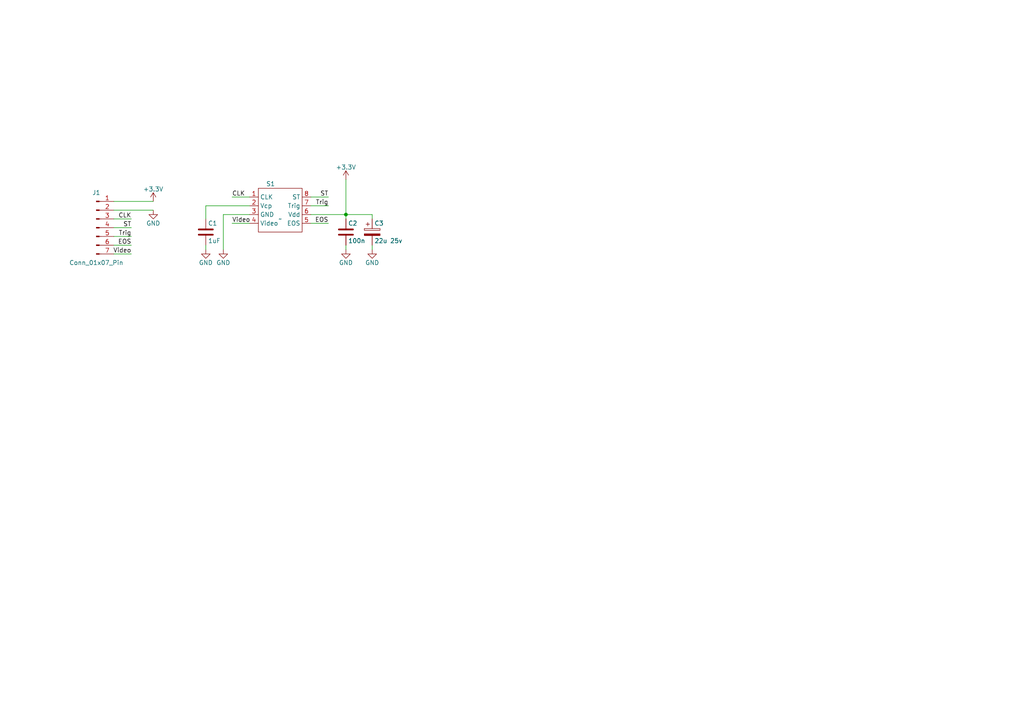
<source format=kicad_sch>
(kicad_sch (version 20230819) (generator eeschema)
  (paper "A4")
  (lib_symbols
    (symbol "FWS:+3.3V" (power) (pin_names (offset 0))
      (property "Value" "+3.3V" (at 0 3.556 0))
      (symbol "+3.3V_0_1"
        (polyline (pts (xy -0.762 1.27) (xy 0 2.54)))
        (polyline (pts (xy 0 0) (xy 0 2.54)))
        (polyline (pts (xy 0 2.54) (xy 0.762 1.27)))
      )
      (symbol "+3.3V_1_1"
        (pin power_in line (at 0 0 90) (length 0) hide (name "+3.3V") (number "1"))
      )
    )
    (symbol "FWS:C" (pin_numbers hide) (pin_names (offset 0.254))
      (property "Reference" "C" (at 0.635 2.54 0))
      (property "Value" "C" (at 0.635 -2.54 0))
      (symbol "C_0_1"
        (polyline (pts (xy -2.032 -0.762) (xy 2.032 -0.762)) (stroke (width 0.508)))
        (polyline (pts (xy -2.032 0.762) (xy 2.032 0.762)) (stroke (width 0.508)))
      )
      (symbol "C_1_1"
        (pin passive line (at 0 3.81 270) (length 2.794) (name "~") (number "1"))
        (pin passive line (at 0 -3.81 90) (length 2.794) (name "~") (number "2"))
      )
    )
    (symbol "FWS:C_Polarized" (pin_numbers hide) (pin_names (offset 0.254))
      (property "Reference" "C" (at 0.635 2.54 0))
      (property "Value" "C_Polarized" (at 0.635 -2.54 0))
      (symbol "C_Polarized_0_1"
        (rectangle (start -2.286 0.508) (end 2.286 1.016))
        (polyline (pts (xy -1.778 2.286) (xy -0.762 2.286)))
        (polyline (pts (xy -1.27 2.794) (xy -1.27 1.778)))
        (rectangle (start 2.286 -0.508) (end -2.286 -1.016) (fill (type outline)))
      )
      (symbol "C_Polarized_1_1"
        (pin passive line (at 0 3.81 270) (length 2.794) (name "~") (number "1"))
        (pin passive line (at 0 -3.81 90) (length 2.794) (name "~") (number "2"))
      )
    )
    (symbol "FWS:Conn_01x07_Pin" (pin_names (offset 1.016) hide)
      (property "Reference" "J" (at 0 10.16 0))
      (property "Value" "Conn_01x07_Pin" (at 0 -10.16 0))
      (symbol "Conn_01x07_Pin_1_1"
        (polyline (pts (xy 1.27 -7.62) (xy 0.8636 -7.62)) (stroke (width 0.1524)))
        (polyline (pts (xy 1.27 -5.08) (xy 0.8636 -5.08)) (stroke (width 0.1524)))
        (polyline (pts (xy 1.27 -2.54) (xy 0.8636 -2.54)) (stroke (width 0.1524)))
        (polyline (pts (xy 1.27 0) (xy 0.8636 0)) (stroke (width 0.1524)))
        (polyline (pts (xy 1.27 2.54) (xy 0.8636 2.54)) (stroke (width 0.1524)))
        (polyline (pts (xy 1.27 5.08) (xy 0.8636 5.08)) (stroke (width 0.1524)))
        (polyline (pts (xy 1.27 7.62) (xy 0.8636 7.62)) (stroke (width 0.1524)))
        (rectangle (start 0.8636 -7.493) (end 0 -7.747) (stroke (width 0.1524)) (fill (type outline)))
        (rectangle (start 0.8636 -4.953) (end 0 -5.207) (stroke (width 0.1524)) (fill (type outline)))
        (rectangle (start 0.8636 -2.413) (end 0 -2.667) (stroke (width 0.1524)) (fill (type outline)))
        (rectangle (start 0.8636 0.127) (end 0 -0.127) (stroke (width 0.1524)) (fill (type outline)))
        (rectangle (start 0.8636 2.667) (end 0 2.413) (stroke (width 0.1524)) (fill (type outline)))
        (rectangle (start 0.8636 5.207) (end 0 4.953) (stroke (width 0.1524)) (fill (type outline)))
        (rectangle (start 0.8636 7.747) (end 0 7.493) (stroke (width 0.1524)) (fill (type outline)))
        (pin passive line (at 5.08 7.62 180) (length 3.81) (name "Pin_1") (number "1"))
        (pin passive line (at 5.08 5.08 180) (length 3.81) (name "Pin_2") (number "2"))
        (pin passive line (at 5.08 2.54 180) (length 3.81) (name "Pin_3") (number "3"))
        (pin passive line (at 5.08 0 180) (length 3.81) (name "Pin_4") (number "4"))
        (pin passive line (at 5.08 -2.54 180) (length 3.81) (name "Pin_5") (number "5"))
        (pin passive line (at 5.08 -5.08 180) (length 3.81) (name "Pin_6") (number "6"))
        (pin passive line (at 5.08 -7.62 180) (length 3.81) (name "Pin_7") (number "7"))
      )
    )
    (symbol "FWS:GND" (power) (pin_names (offset 0))
      (property "Value" "GND" (at 0 -3.81 0))
      (symbol "GND_0_1"
        (polyline (pts (xy 0 0) (xy 0 -1.27) (xy 1.27 -1.27) (xy 0 -2.54) (xy -1.27 -1.27) (xy 0 -1.27)))
      )
      (symbol "GND_1_1"
        (pin power_in line (at 0 0 270) (length 0) hide (name "GND") (number "1"))
      )
    )
    (symbol "FWS:S13131"
      (property "Reference" "S13131" (at -2.794 7.62 0))
      (symbol "S13131_0_1"
        (rectangle (start -6.35 6.35) (end 6.35 -6.35))
      )
      (symbol "S13131_1_1"
        (pin input line (at -8.89 3.81 0) (length 2.54) (name "CLK") (number "1"))
        (pin power_out line (at -8.89 1.27 0) (length 2.54) (name "Vcp") (number "2"))
        (pin power_in line (at -8.89 -1.27 0) (length 2.54) (name "GND") (number "3"))
        (pin output line (at -8.89 -3.81 0) (length 2.54) (name "Video") (number "4"))
        (pin output line (at 8.89 -3.81 180) (length 2.54) (name "EOS") (number "5"))
        (pin power_in line (at 8.89 -1.27 180) (length 2.54) (name "Vdd") (number "6"))
        (pin output line (at 8.89 1.27 180) (length 2.54) (name "Trig") (number "7"))
        (pin input line (at 8.89 3.81 180) (length 2.54) (name "ST") (number "8"))
      )
    )
  )
  (junction (at 100.33 62.23))
  (wire (pts (xy 90.17 57.15) (xy 95.25 57.15)))
  (wire (pts (xy 64.77 62.23) (xy 72.39 62.23)))
  (wire (pts (xy 67.31 64.77) (xy 72.39 64.77)))
  (wire (pts (xy 64.77 62.23) (xy 64.77 72.39)))
  (wire (pts (xy 33.02 60.96) (xy 44.45 60.96)))
  (wire (pts (xy 33.02 63.5) (xy 38.1 63.5)))
  (wire (pts (xy 100.33 62.23) (xy 90.17 62.23)))
  (wire (pts (xy 33.02 58.42) (xy 44.45 58.42)))
  (wire (pts (xy 90.17 59.69) (xy 95.25 59.69)))
  (wire (pts (xy 59.69 59.69) (xy 59.69 63.5)))
  (wire (pts (xy 33.02 73.66) (xy 38.1 73.66)))
  (wire (pts (xy 107.95 63.5) (xy 107.95 62.23)))
  (wire (pts (xy 59.69 71.12) (xy 59.69 72.39)))
  (wire (pts (xy 107.95 62.23) (xy 100.33 62.23)))
  (wire (pts (xy 33.02 68.58) (xy 38.1 68.58)))
  (wire (pts (xy 107.95 71.12) (xy 107.95 72.39)))
  (wire (pts (xy 33.02 66.04) (xy 38.1 66.04)))
  (wire (pts (xy 100.33 52.07) (xy 100.33 62.23)))
  (wire (pts (xy 33.02 71.12) (xy 38.1 71.12)))
  (wire (pts (xy 59.69 59.69) (xy 72.39 59.69)))
  (wire (pts (xy 67.31 57.15) (xy 72.39 57.15)))
  (wire (pts (xy 90.17 64.77) (xy 95.25 64.77)))
  (wire (pts (xy 100.33 62.23) (xy 100.33 63.5)))
  (wire (pts (xy 100.33 71.12) (xy 100.33 72.39)))
  (label "ST" (at 95.25 57.15 180))
  (label "Trig" (at 95.25 59.69 180))
  (label "ST" (at 38.1 66.04 180))
  (label "CLK" (at 67.31 57.15 0))
  (label "EOS" (at 38.1 71.12 180))
  (label "CLK" (at 38.1 63.5 180))
  (label "Video" (at 38.1 73.66 180))
  (label "Trig" (at 38.1 68.58 180))
  (label "EOS" (at 95.25 64.77 180))
  (label "Video" (at 67.31 64.77 0))
  (symbol (lib_id "FWS:C") (at 59.69 67.31 0) (unit 1)
    (property "Reference" "C1" (at 60.325 64.77 0) (effects (justify left)))
    (property "Value" "1uF" (at 60.325 69.85 0) (effects (justify left)))
    (property "Footprint" "Capacitor_SMD:C_0805_2012Metric" (effects hide))
    (property "Description" "Unpolarized capacitor" (effects hide))
  )
  (symbol (lib_id "FWS:C") (at 100.33 67.31 0) (unit 1)
    (property "Reference" "C2" (at 100.965 64.77 0) (effects (justify left)))
    (property "Value" "100n" (at 100.965 69.85 0) (effects (justify left)))
    (property "Footprint" "Capacitor_SMD:C_0805_2012Metric" (effects hide))
    (property "Description" "Unpolarized capacitor" (effects hide))
  )
  (symbol (lib_id "FWS:GND") (at 44.45 60.96 0) (unit 1)
    (property "Reference" "#PWR02" (effects hide))
    (property "Value" "GND" (at 44.45 64.77 0))
    (property "Description" "Power symbol creates a global label with name \"GND\" , ground" (effects hide))
  )
  (symbol (lib_id "FWS:C_Polarized") (at 107.95 67.31 0) (unit 1)
    (property "Reference" "C3" (at 108.585 64.77 0) (effects (justify left)))
    (property "Value" "22u 25v" (at 108.585 69.85 0) (effects (justify left)))
    (property "Footprint" "Capacitor_SMD:CP_Elec_5x5.4" (effects hide))
    (property "Description" "Polarized capacitor" (effects hide))
  )
  (symbol (lib_id "FWS:S13131") (at 81.28 60.96 0) (unit 1)
    (property "Reference" "S1" (at 78.486 53.34 0))
    (property "Value" "~" (at 81.28 63.5 0))
    (property "Footprint" "FWS:s13131-1536" (effects hide))
  )
  (symbol (lib_id "FWS:GND") (at 100.33 72.39 0) (unit 1)
    (property "Reference" "#PWR06" (effects hide))
    (property "Value" "GND" (at 100.33 76.2 0))
    (property "Description" "Power symbol creates a global label with name \"GND\" , ground" (effects hide))
  )
  (symbol (lib_id "FWS:+3.3V") (at 44.45 58.42 0) (unit 1)
    (property "Reference" "#PWR01" (effects hide))
    (property "Value" "+3.3V" (at 44.45 54.864 0))
    (property "Description" "Power symbol creates a global label with name \"+3.3V\"" (effects hide))
  )
  (symbol (lib_id "FWS:Conn_01x07_Pin") (at 27.94 66.04 0) (unit 1)
    (property "Reference" "J1" (at 27.94 55.88 0))
    (property "Value" "Conn_01x07_Pin" (at 27.94 76.2 0))
    (property "Footprint" "Connector_PinHeader_2.54mm:PinHeader_1x07_P2.54mm_Vertical" (effects hide))
    (property "Description" "Generic connector, single row, 01x07, script generated" (effects hide))
  )
  (symbol (lib_id "FWS:GND") (at 64.77 72.39 0) (unit 1)
    (property "Reference" "#PWR04" (effects hide))
    (property "Value" "GND" (at 64.77 76.2 0))
    (property "Description" "Power symbol creates a global label with name \"GND\" , ground" (effects hide))
  )
  (symbol (lib_id "FWS:GND") (at 59.69 72.39 0) (unit 1)
    (property "Reference" "#PWR03" (effects hide))
    (property "Value" "GND" (at 59.69 76.2 0))
    (property "Description" "Power symbol creates a global label with name \"GND\" , ground" (effects hide))
  )
  (symbol (lib_id "FWS:+3.3V") (at 100.33 52.07 0) (unit 1)
    (property "Reference" "#PWR05" (effects hide))
    (property "Value" "+3.3V" (at 100.33 48.514 0))
    (property "Description" "Power symbol creates a global label with name \"+3.3V\"" (effects hide))
  )
  (symbol (lib_id "FWS:GND") (at 107.95 72.39 0) (unit 1)
    (property "Reference" "#PWR07" (effects hide))
    (property "Value" "GND" (at 107.95 76.2 0))
    (property "Description" "Power symbol creates a global label with name \"GND\" , ground" (effects hide))
  )
)
</source>
